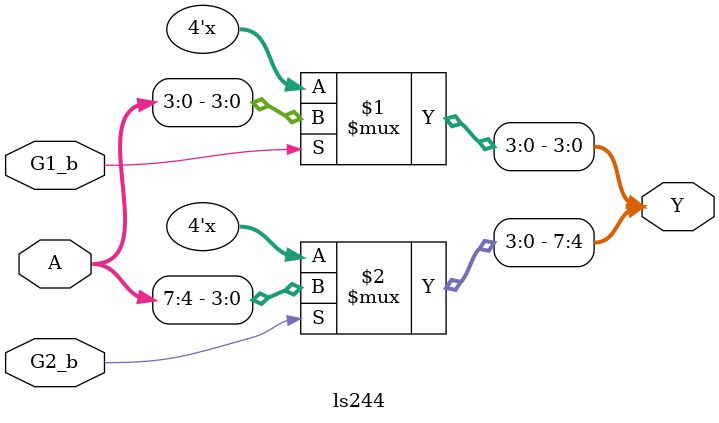
<source format=sv>
module ls244(Y, A, G1_b, G2_b);
output logic [7:0] Y;
input logic [7:0] A;
input logic G1_b, G2_b;

    assign Y[3:0] = (G1_b) ? A[3:0] : 4'bzzzz;
    assign Y[7:4] = (G2_b) ? A[7:4] : 4'bzzzz;

endmodule

</source>
